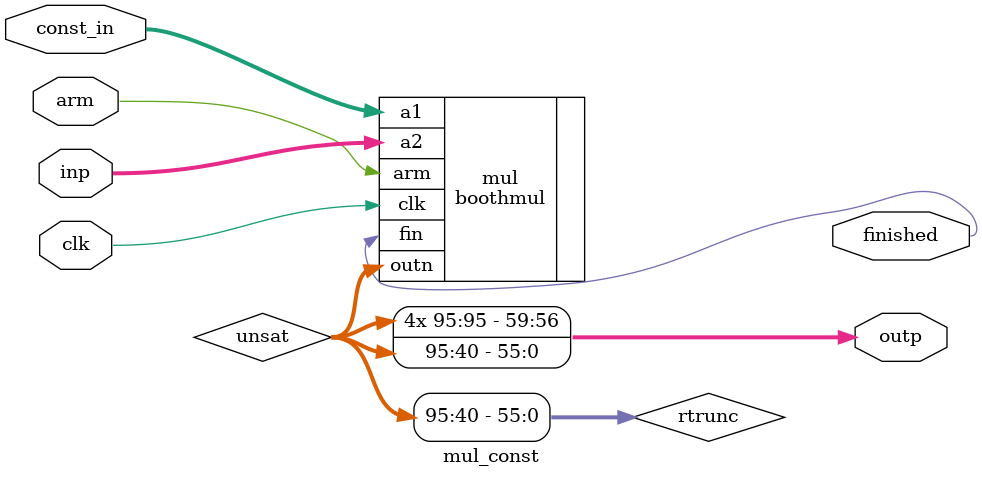
<source format=v>
module mul_const #(
	parameter CONSTS_WHOLE = 8,
	parameter CONSTS_FRAC = 40,
`define CONSTS_WID (CONSTS_WHOLE + CONSTS_FRAC)
	parameter IN_WHOLE = CONSTS_WHOLE,
	parameter IN_FRAC = CONSTS_FRAC,
`define IN_WID (IN_WHOLE + IN_FRAC)
	parameter OUT_WHOLE = 20,
	parameter OUT_FRAC = 40
`define OUT_WID (OUT_WHOLE + OUT_FRAC)
) (
	input clk,
	input signed [`IN_WID-1:0] inp,
	input signed [`CONSTS_WID-1:0] const_in,
	input arm,

	output signed [`OUT_WID-1:0] outp,
	output finished
);

`define UNSAT_WID (`CONSTS_WID + `IN_WID)
wire signed [`UNSAT_WID-1:0] unsat;

boothmul #(
	.A1_LEN(`CONSTS_WID),
	.A2_LEN(`IN_WID)
) mul (
	.clk(clk),
	.arm(arm),
	.a1(const_in),
	.a2(inp),
	.outn(unsat),
	.fin(finished)
);

`define RIGHTTRUNC_WID (CONSTS_WHOLE + IN_WHOLE + OUT_FRAC)
`define UNSAT_FRAC (CONSTS_FRAC + IN_FRAC)
wire signed [`RIGHTTRUNC_WID-1:0] rtrunc =
	unsat[`UNSAT_WID-1:(`UNSAT_FRAC - OUT_FRAC)];

generate if (OUT_WHOLE < CONSTS_WHOLE + IN_WHOLE) begin
	intsat #(
		.IN_LEN(`RIGHTTRUNC_WID),
		.LTRUNC(CONSTS_WHOLE + IN_WHOLE - OUT_WHOLE)
	) sat (
		.inp(rtrunc),
		.outp(outp)
	);
end else if (OUT_WHOLE == CONSTS_WHOLE + IN_WHOLE) begin
	assign outp = rtrunc;
end else begin
	assign outp[`RIGHTTRUNC_WID-1:0] = rtrunc;
	assign outp[`OUT_WID-1:`RIGHTTRUNC_WID] = {
		(`OUT_WID-`RIGHTTRUNC_WID){rtrunc[`RIGHTTRUNC_WID-1]}
	};
end endgenerate

`ifdef VERILATOR
initial begin
	$dumpfile("mul_const.fst");
	$dumpvars();
end
`endif

endmodule

</source>
